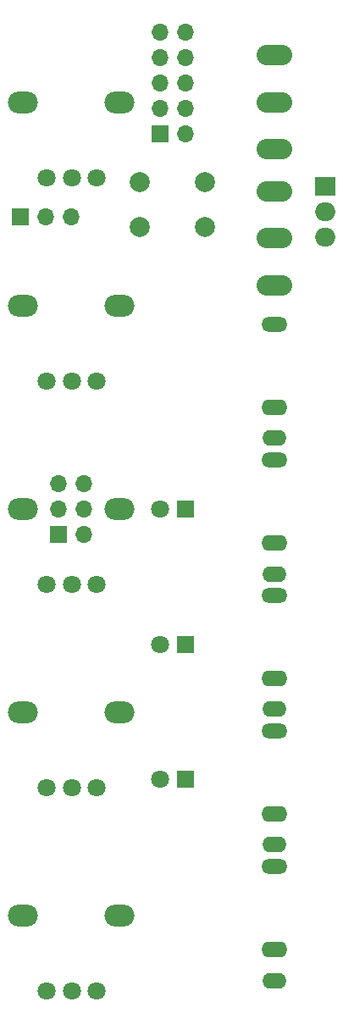
<source format=gbr>
G04 #@! TF.GenerationSoftware,KiCad,Pcbnew,(5.0.0)*
G04 #@! TF.CreationDate,2018-08-19T12:52:33+08:00*
G04 #@! TF.ProjectId,Envelope,456E76656C6F70652E6B696361645F70,rev?*
G04 #@! TF.SameCoordinates,Original*
G04 #@! TF.FileFunction,Soldermask,Top*
G04 #@! TF.FilePolarity,Negative*
%FSLAX46Y46*%
G04 Gerber Fmt 4.6, Leading zero omitted, Abs format (unit mm)*
G04 Created by KiCad (PCBNEW (5.0.0)) date 08/19/18 12:52:33*
%MOMM*%
%LPD*%
G01*
G04 APERTURE LIST*
%ADD10R,1.700000X1.700000*%
%ADD11O,1.700000X1.700000*%
%ADD12C,2.000000*%
%ADD13R,1.800000X1.800000*%
%ADD14C,1.800000*%
%ADD15O,3.556000X2.032000*%
%ADD16O,3.000000X2.200000*%
%ADD17R,2.000000X1.905000*%
%ADD18O,2.000000X1.905000*%
%ADD19O,2.600000X1.600000*%
%ADD20O,2.400000X1.600000*%
%ADD21O,2.600000X1.500000*%
G04 APERTURE END LIST*
D10*
G04 #@! TO.C,J3*
X112014000Y-68834000D03*
D11*
X114554000Y-68834000D03*
X117094000Y-68834000D03*
G04 #@! TD*
D12*
G04 #@! TO.C,SW3*
X130429000Y-65350000D03*
X130429000Y-69850000D03*
X123929000Y-65350000D03*
X123929000Y-69850000D03*
G04 #@! TD*
D10*
G04 #@! TO.C,J2*
X115824000Y-100584000D03*
D11*
X118364000Y-100584000D03*
X115824000Y-98044000D03*
X118364000Y-98044000D03*
X115824000Y-95504000D03*
X118364000Y-95504000D03*
G04 #@! TD*
D13*
G04 #@! TO.C,D11*
X128524000Y-111633000D03*
D14*
X125984000Y-111633000D03*
G04 #@! TD*
G04 #@! TO.C,D12*
X125984000Y-98044000D03*
D13*
X128524000Y-98044000D03*
G04 #@! TD*
G04 #@! TO.C,D10*
X128524000Y-125095000D03*
D14*
X125984000Y-125095000D03*
G04 #@! TD*
D15*
G04 #@! TO.C,SW1*
X137414000Y-62104000D03*
X137414000Y-57404000D03*
X137414000Y-52704000D03*
G04 #@! TD*
G04 #@! TO.C,SW2*
X137414000Y-66294000D03*
X137414000Y-70994000D03*
X137414000Y-75694000D03*
G04 #@! TD*
D10*
G04 #@! TO.C,J1*
X125984000Y-60579000D03*
D11*
X128524000Y-60579000D03*
X125984000Y-58039000D03*
X128524000Y-58039000D03*
X125984000Y-55499000D03*
X128524000Y-55499000D03*
X125984000Y-52959000D03*
X128524000Y-52959000D03*
X125984000Y-50419000D03*
X128524000Y-50419000D03*
G04 #@! TD*
D16*
G04 #@! TO.C,RV5*
X112294000Y-138684000D03*
D14*
X119594000Y-146184010D03*
X117134000Y-146184010D03*
X114594000Y-146184010D03*
D16*
X121894000Y-138684000D03*
G04 #@! TD*
G04 #@! TO.C,RV4*
X121894000Y-118364000D03*
D14*
X114594000Y-125864010D03*
X117134000Y-125864010D03*
X119594000Y-125864010D03*
D16*
X112294000Y-118364000D03*
G04 #@! TD*
G04 #@! TO.C,RV3*
X112294000Y-98044000D03*
D14*
X119594000Y-105544010D03*
X117134000Y-105544010D03*
X114594000Y-105544010D03*
D16*
X121894000Y-98044000D03*
G04 #@! TD*
G04 #@! TO.C,RV2*
X121894000Y-77724000D03*
D14*
X114594000Y-85224010D03*
X117134000Y-85224010D03*
X119594000Y-85224010D03*
D16*
X112294000Y-77724000D03*
G04 #@! TD*
G04 #@! TO.C,RV1*
X112294000Y-57404000D03*
D14*
X119594000Y-64904010D03*
X117134000Y-64904010D03*
X114594000Y-64904010D03*
D16*
X121894000Y-57404000D03*
G04 #@! TD*
D17*
G04 #@! TO.C,U3*
X142494000Y-65786000D03*
D18*
X142494000Y-68326000D03*
X142494000Y-70866000D03*
G04 #@! TD*
D19*
G04 #@! TO.C,J-Trig1*
X137414000Y-114962200D03*
D20*
X137414000Y-118062200D03*
D21*
X137414000Y-106662200D03*
G04 #@! TD*
G04 #@! TO.C,J-Out1*
X137414000Y-120200400D03*
D20*
X137414000Y-131600400D03*
D19*
X137414000Y-128500400D03*
G04 #@! TD*
G04 #@! TO.C,J-Inv1*
X137414000Y-142064000D03*
D20*
X137414000Y-145164000D03*
D21*
X137414000Y-133764000D03*
G04 #@! TD*
G04 #@! TO.C,J-Gate1*
X137414000Y-93124000D03*
D20*
X137414000Y-104524000D03*
D19*
X137414000Y-101424000D03*
G04 #@! TD*
G04 #@! TO.C,J-CV1*
X137414000Y-87860400D03*
D20*
X137414000Y-90960400D03*
D21*
X137414000Y-79560400D03*
G04 #@! TD*
M02*

</source>
